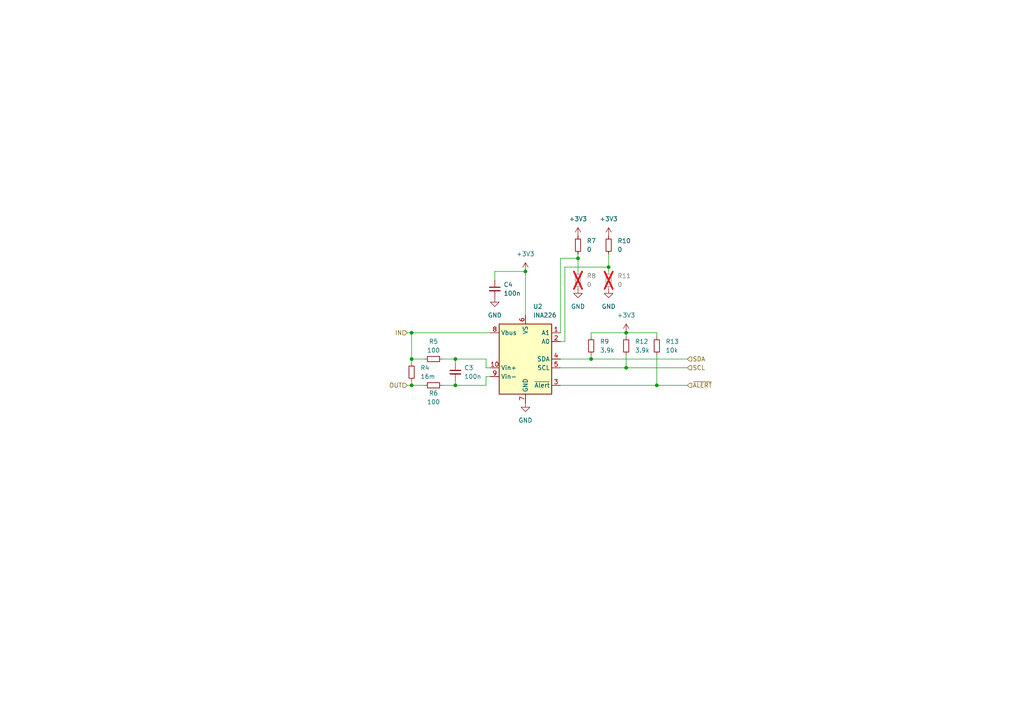
<source format=kicad_sch>
(kicad_sch (version 20231120) (generator "eeschema") (generator_version "8.0")
  (paper "A4")
  (lib_symbols
    (symbol "Device:C_Small" (pin_numbers hide) (pin_names (offset 0.254) hide)
      (property "Reference" "C" (at 0.254 1.778 0))
      (property "Value" "C_Small" (at 0.254 -2.032 0))
      (symbol "C_Small_0_1"
        (polyline (pts (xy -1.524 -0.508) (xy 1.524 -0.508)) (stroke (width 0.3302)))
        (polyline (pts (xy -1.524 0.508) (xy 1.524 0.508)) (stroke (width 0.3048)))
      )
      (symbol "C_Small_1_1"
        (pin passive line (at 0 2.54 270) (length 2.032) (name "~") (number "1"))
        (pin passive line (at 0 -2.54 90) (length 2.032) (name "~") (number "2"))
      )
    )
    (symbol "Device:R_Small" (pin_numbers hide) (pin_names (offset 0.254) hide)
      (property "Reference" "R" (at 0.762 0.508 0))
      (property "Value" "R_Small" (at 0.762 -1.016 0))
      (symbol "R_Small_0_1"
        (rectangle (start -0.762 1.778) (end 0.762 -1.778) (stroke (width 0.2032)))
      )
      (symbol "R_Small_1_1"
        (pin passive line (at 0 2.54 270) (length 0.762) (name "~") (number "1"))
        (pin passive line (at 0 -2.54 90) (length 0.762) (name "~") (number "2"))
      )
    )
    (symbol "Sensor_Energy:INA226"
      (property "Reference" "U" (at -6.35 11.43 0))
      (property "Value" "INA226" (at 3.81 11.43 0))
      (symbol "INA226_0_1"
        (rectangle (start 7.62 10.16) (end -7.62 -10.16) (stroke (width 0.254)) (fill (type background)))
      )
      (symbol "INA226_1_1"
        (pin input line (at 10.16 7.62 180) (length 2.54) (name "A1") (number "1"))
        (pin input line (at -10.16 -2.54 0) (length 2.54) (name "Vin+") (number "10"))
        (pin input line (at 10.16 5.08 180) (length 2.54) (name "A0") (number "2"))
        (pin open_collector line (at 10.16 -7.62 180) (length 2.54) (name "~{Alert}") (number "3"))
        (pin bidirectional line (at 10.16 0 180) (length 2.54) (name "SDA") (number "4"))
        (pin input line (at 10.16 -2.54 180) (length 2.54) (name "SCL") (number "5"))
        (pin power_in line (at 0 12.7 270) (length 2.54) (name "VS") (number "6"))
        (pin power_in line (at 0 -12.7 90) (length 2.54) (name "GND") (number "7"))
        (pin input line (at -10.16 7.62 0) (length 2.54) (name "Vbus") (number "8"))
        (pin input line (at -10.16 -5.08 0) (length 2.54) (name "Vin-") (number "9"))
      )
    )
    (symbol "power:+3V3" (power) (pin_numbers hide) (pin_names (offset 0) hide)
      (property "Value" "+3V3" (at 0 3.556 0))
      (symbol "+3V3_0_1"
        (polyline (pts (xy -0.762 1.27) (xy 0 2.54)))
        (polyline (pts (xy 0 0) (xy 0 2.54)))
        (polyline (pts (xy 0 2.54) (xy 0.762 1.27)))
      )
      (symbol "+3V3_1_1"
        (pin power_in line (at 0 0 90) (length 0) (name "~") (number "1"))
      )
    )
    (symbol "power:GND" (power) (pin_numbers hide) (pin_names (offset 0) hide)
      (property "Value" "GND" (at 0 -3.81 0))
      (symbol "GND_0_1"
        (polyline (pts (xy 0 0) (xy 0 -1.27) (xy 1.27 -1.27) (xy 0 -2.54) (xy -1.27 -1.27) (xy 0 -1.27)))
      )
      (symbol "GND_1_1"
        (pin power_in line (at 0 0 270) (length 0) (name "~") (number "1"))
      )
    )
  )
  (junction (at 119.38 96.52))
  (junction (at 119.38 104.14))
  (junction (at 181.61 106.68))
  (junction (at 181.61 96.52))
  (junction (at 152.4 78.74))
  (junction (at 176.53 77.47))
  (junction (at 167.64 74.93))
  (junction (at 171.45 104.14))
  (junction (at 190.5 111.76))
  (junction (at 132.08 111.76))
  (junction (at 119.38 111.76))
  (junction (at 132.08 104.14))
  (wire (pts (xy 143.51 78.74) (xy 152.4 78.74)))
  (wire (pts (xy 171.45 96.52) (xy 181.61 96.52)))
  (wire (pts (xy 132.08 111.76) (xy 132.08 110.49)))
  (wire (pts (xy 128.27 104.14) (xy 132.08 104.14)))
  (wire (pts (xy 190.5 111.76) (xy 162.56 111.76)))
  (wire (pts (xy 162.56 106.68) (xy 181.61 106.68)))
  (wire (pts (xy 171.45 104.14) (xy 171.45 102.87)))
  (wire (pts (xy 128.27 111.76) (xy 132.08 111.76)))
  (wire (pts (xy 163.83 99.06) (xy 163.83 77.47)))
  (wire (pts (xy 171.45 97.79) (xy 171.45 96.52)))
  (wire (pts (xy 119.38 96.52) (xy 119.38 104.14)))
  (wire (pts (xy 140.97 106.68) (xy 142.24 106.68)))
  (wire (pts (xy 132.08 111.76) (xy 140.97 111.76)))
  (wire (pts (xy 176.53 73.66) (xy 176.53 77.47)))
  (wire (pts (xy 181.61 97.79) (xy 181.61 96.52)))
  (wire (pts (xy 171.45 104.14) (xy 199.39 104.14)))
  (wire (pts (xy 162.56 96.52) (xy 162.56 74.93)))
  (wire (pts (xy 181.61 102.87) (xy 181.61 106.68)))
  (wire (pts (xy 142.24 109.22) (xy 140.97 109.22)))
  (wire (pts (xy 118.11 96.52) (xy 119.38 96.52)))
  (wire (pts (xy 162.56 104.14) (xy 171.45 104.14)))
  (wire (pts (xy 190.5 102.87) (xy 190.5 111.76)))
  (wire (pts (xy 142.24 96.52) (xy 119.38 96.52)))
  (wire (pts (xy 132.08 104.14) (xy 132.08 105.41)))
  (wire (pts (xy 119.38 111.76) (xy 119.38 110.49)))
  (wire (pts (xy 176.53 77.47) (xy 176.53 78.74)))
  (wire (pts (xy 119.38 104.14) (xy 123.19 104.14)))
  (wire (pts (xy 140.97 104.14) (xy 140.97 106.68)))
  (wire (pts (xy 119.38 104.14) (xy 119.38 105.41)))
  (wire (pts (xy 190.5 96.52) (xy 181.61 96.52)))
  (wire (pts (xy 119.38 111.76) (xy 123.19 111.76)))
  (wire (pts (xy 143.51 81.28) (xy 143.51 78.74)))
  (wire (pts (xy 167.64 74.93) (xy 167.64 78.74)))
  (wire (pts (xy 152.4 78.74) (xy 152.4 91.44)))
  (wire (pts (xy 199.39 111.76) (xy 190.5 111.76)))
  (wire (pts (xy 162.56 99.06) (xy 163.83 99.06)))
  (wire (pts (xy 162.56 74.93) (xy 167.64 74.93)))
  (wire (pts (xy 118.11 111.76) (xy 119.38 111.76)))
  (wire (pts (xy 140.97 109.22) (xy 140.97 111.76)))
  (wire (pts (xy 181.61 106.68) (xy 199.39 106.68)))
  (wire (pts (xy 163.83 77.47) (xy 176.53 77.47)))
  (wire (pts (xy 190.5 97.79) (xy 190.5 96.52)))
  (wire (pts (xy 167.64 73.66) (xy 167.64 74.93)))
  (wire (pts (xy 132.08 104.14) (xy 140.97 104.14)))
  (hierarchical_label "SDA" (shape input) (at 199.39 104.14 0))
  (hierarchical_label "OUT" (shape input) (at 118.11 111.76 180))
  (hierarchical_label "IN" (shape input) (at 118.11 96.52 180))
  (hierarchical_label "~{ALERT}" (shape input) (at 199.39 111.76 0))
  (hierarchical_label "SCL" (shape input) (at 199.39 106.68 0))
  (symbol (lib_id "Device:R_Small") (at 176.53 71.12 0) (unit 1)
    (property "Reference" "R10" (at 179.07 69.8499 0) (effects (justify left)))
    (property "Value" "0" (at 179.07 72.3899 0) (effects (justify left)))
    (property "Footprint" "Resistor_SMD:R_0402_1005Metric" (effects (hide yes)))
    (property "Description" "Resistor, small symbol" (effects (hide yes)))
    (property "MPN" "RC0402JR-070RL" (effects (hide yes)))
  )
  (symbol (lib_id "power:GND") (at 143.51 86.36 0) (unit 1)
    (property "Reference" "#PWR023" (effects (hide yes)))
    (property "Value" "GND" (at 143.51 91.44 0))
    (property "Description" "Power symbol creates a global label with name \"GND\" , ground" (effects (hide yes)))
  )
  (symbol (lib_id "Device:R_Small") (at 181.61 100.33 0) (unit 1)
    (property "Reference" "R12" (at 184.15 99.0599 0) (effects (justify left)))
    (property "Value" "3.9k" (at 184.15 101.5999 0) (effects (justify left)))
    (property "Footprint" "Resistor_SMD:R_0402_1005Metric" (effects (hide yes)))
    (property "Description" "Resistor, small symbol" (effects (hide yes)))
    (property "MPN" "RC0402FR-073K9L" (effects (hide yes)))
  )
  (symbol (lib_id "Device:R_Small") (at 171.45 100.33 0) (unit 1)
    (property "Reference" "R9" (at 173.99 99.0599 0) (effects (justify left)))
    (property "Value" "3.9k" (at 173.99 101.5999 0) (effects (justify left)))
    (property "Footprint" "Resistor_SMD:R_0402_1005Metric" (effects (hide yes)))
    (property "Description" "Resistor, small symbol" (effects (hide yes)))
    (property "MPN" "RC0402FR-073K9L" (effects (hide yes)))
  )
  (symbol (lib_id "Device:C_Small") (at 132.08 107.95 0) (unit 1)
    (property "Reference" "C3" (at 134.62 106.6862 0) (effects (justify left)))
    (property "Value" "100n" (at 134.62 109.2262 0) (effects (justify left)))
    (property "Footprint" "Capacitor_SMD:C_0402_1005Metric" (effects (hide yes)))
    (property "Description" "Unpolarized capacitor, small symbol" (effects (hide yes)))
    (property "MPN" "885012105001" (effects (hide yes)))
  )
  (symbol (lib_id "power:+3V3") (at 167.64 68.58 0) (unit 1)
    (property "Reference" "#PWR026" (effects (hide yes)))
    (property "Value" "+3V3" (at 167.64 63.5 0))
    (property "Description" "Power symbol creates a global label with name \"+3V3\"" (effects (hide yes)))
  )
  (symbol (lib_id "Device:R_Small") (at 190.5 100.33 0) (unit 1)
    (property "Reference" "R13" (at 193.04 99.0599 0) (effects (justify left)))
    (property "Value" "10k" (at 193.04 101.5999 0) (effects (justify left)))
    (property "Footprint" "Resistor_SMD:R_0402_1005Metric" (effects (hide yes)))
    (property "Description" "Resistor, small symbol" (effects (hide yes)))
    (property "MPN" "RC0402JR-0710KL" (effects (hide yes)))
  )
  (symbol (lib_id "power:GND") (at 176.53 83.82 0) (unit 1)
    (property "Reference" "#PWR029" (effects (hide yes)))
    (property "Value" "GND" (at 176.53 88.9 0))
    (property "Description" "Power symbol creates a global label with name \"GND\" , ground" (effects (hide yes)))
  )
  (symbol (lib_id "Device:R_Small") (at 119.38 107.95 180) (unit 1)
    (property "Reference" "R4" (at 121.92 106.6799 0) (effects (justify right)))
    (property "Value" "16m" (at 121.92 109.2199 0) (effects (justify right)))
    (property "Footprint" "bao-lib:R_Shunt_Vishay_WPC2512_6332Metric_R001~R056" (effects (hide yes)))
    (property "Description" "Resistor, small symbol" (effects (hide yes)))
    (property "MPN" "WPC2512QLR016FYR" (effects (hide yes)))
  )
  (symbol (lib_id "Device:R_Small") (at 125.73 104.14 90) (unit 1)
    (property "Reference" "R5" (at 125.73 99.06 90))
    (property "Value" "100" (at 125.73 101.6 90))
    (property "Footprint" "Resistor_SMD:R_0402_1005Metric" (effects (hide yes)))
    (property "Description" "Resistor, small symbol" (effects (hide yes)))
    (property "MPN" "RT0402BRD07100RL" (effects (hide yes)))
  )
  (symbol (lib_id "power:GND") (at 152.4 116.84 0) (unit 1)
    (property "Reference" "#PWR025" (effects (hide yes)))
    (property "Value" "GND" (at 152.4 121.92 0))
    (property "Description" "Power symbol creates a global label with name \"GND\" , ground" (effects (hide yes)))
  )
  (symbol (lib_id "Sensor_Energy:INA226") (at 152.4 104.14 0) (unit 1)
    (property "Reference" "U2" (at 154.5941 88.9 0) (effects (justify left)))
    (property "Value" "INA226" (at 154.5941 91.44 0) (effects (justify left)))
    (property "Footprint" "Package_SO:VSSOP-10_3x3mm_P0.5mm" (effects (hide yes)))
    (property "Datasheet" "http://www.ti.com/lit/ds/symlink/ina226.pdf" (effects (hide yes)))
    (property "Description" "High-Side or Low-Side Measurement, Bi-Directional Current and Power Monitor (0-36V) with I2C Compatible Interface, VSSOP-10" (effects (hide yes)))
  )
  (symbol (lib_id "power:+3V3") (at 152.4 78.74 0) (unit 1)
    (property "Reference" "#PWR024" (effects (hide yes)))
    (property "Value" "+3V3" (at 152.4 73.66 0))
    (property "Description" "Power symbol creates a global label with name \"+3V3\"" (effects (hide yes)))
  )
  (symbol (lib_id "Device:R_Small") (at 167.64 71.12 0) (unit 1)
    (property "Reference" "R7" (at 170.18 69.8499 0) (effects (justify left)))
    (property "Value" "0" (at 170.18 72.3899 0) (effects (justify left)))
    (property "Footprint" "Resistor_SMD:R_0402_1005Metric" (effects (hide yes)))
    (property "Description" "Resistor, small symbol" (effects (hide yes)))
    (property "MPN" "RC0402JR-070RL" (effects (hide yes)))
  )
  (symbol (lib_id "power:+3V3") (at 181.61 96.52 0) (unit 1)
    (property "Reference" "#PWR030" (effects (hide yes)))
    (property "Value" "+3V3" (at 181.61 91.44 0))
    (property "Description" "Power symbol creates a global label with name \"+3V3\"" (effects (hide yes)))
  )
  (symbol (lib_id "power:+3V3") (at 176.53 68.58 0) (unit 1)
    (property "Reference" "#PWR028" (effects (hide yes)))
    (property "Value" "+3V3" (at 176.53 63.5 0))
    (property "Description" "Power symbol creates a global label with name \"+3V3\"" (effects (hide yes)))
  )
  (symbol (lib_id "Device:R_Small") (at 176.53 81.28 0) (unit 1) (dnp yes)
    (property "Reference" "R11" (at 179.07 80.0099 0) (effects (justify left)))
    (property "Value" "0" (at 179.07 82.5499 0) (effects (justify left)))
    (property "Footprint" "Resistor_SMD:R_0402_1005Metric" (effects (hide yes)))
    (property "Description" "Resistor, small symbol" (effects (hide yes)))
    (property "MPN" "RC0402JR-070RL" (effects (hide yes)))
  )
  (symbol (lib_id "Device:R_Small") (at 167.64 81.28 0) (unit 1) (dnp yes)
    (property "Reference" "R8" (at 170.18 80.0099 0) (effects (justify left)))
    (property "Value" "0" (at 170.18 82.5499 0) (effects (justify left)))
    (property "Footprint" "Resistor_SMD:R_0402_1005Metric" (effects (hide yes)))
    (property "Description" "Resistor, small symbol" (effects (hide yes)))
    (property "MPN" "RC0402JR-070RL" (effects (hide yes)))
  )
  (symbol (lib_id "power:GND") (at 167.64 83.82 0) (unit 1)
    (property "Reference" "#PWR027" (effects (hide yes)))
    (property "Value" "GND" (at 167.64 88.9 0))
    (property "Description" "Power symbol creates a global label with name \"GND\" , ground" (effects (hide yes)))
  )
  (symbol (lib_id "Device:R_Small") (at 125.73 111.76 90) (unit 1)
    (property "Reference" "R6" (at 125.73 114.046 90))
    (property "Value" "100" (at 125.73 116.586 90))
    (property "Footprint" "Resistor_SMD:R_0402_1005Metric" (effects (hide yes)))
    (property "Description" "Resistor, small symbol" (effects (hide yes)))
    (property "MPN" "RT0402BRD07100RL" (effects (hide yes)))
  )
  (symbol (lib_id "Device:C_Small") (at 143.51 83.82 0) (unit 1)
    (property "Reference" "C4" (at 146.05 82.5562 0) (effects (justify left)))
    (property "Value" "100n" (at 146.05 85.0962 0) (effects (justify left)))
    (property "Footprint" "Capacitor_SMD:C_0402_1005Metric" (effects (hide yes)))
    (property "Description" "Unpolarized capacitor, small symbol" (effects (hide yes)))
    (property "MPN" "885012105001" (effects (hide yes)))
  )
)
</source>
